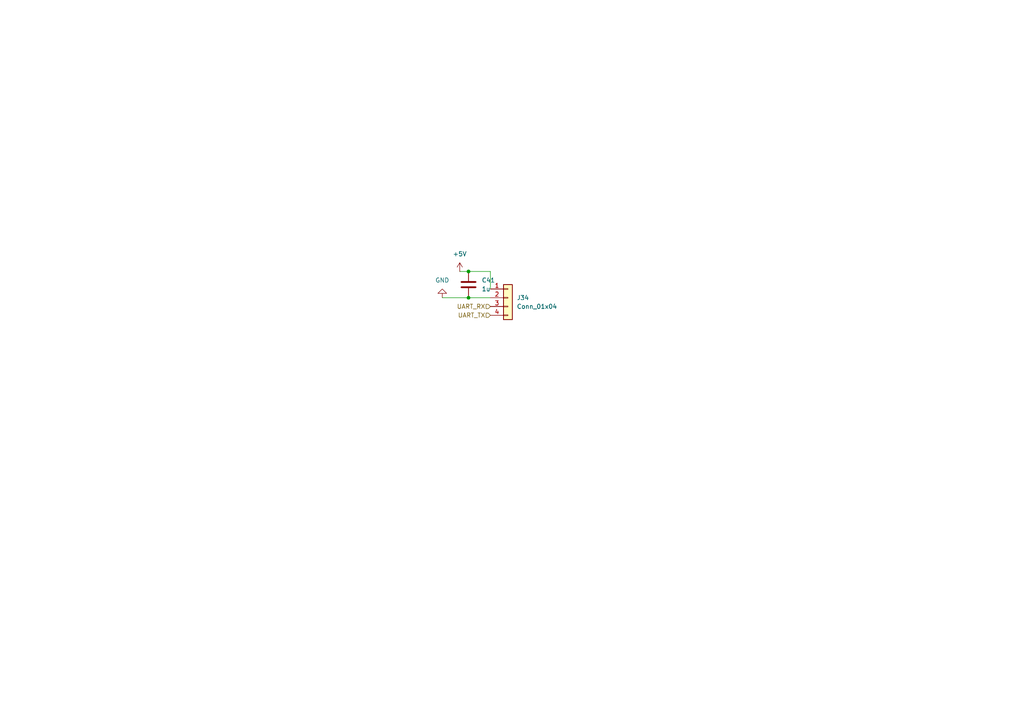
<source format=kicad_sch>
(kicad_sch (version 20250114) (generator "eeschema") (generator_version "9.0")
  (paper "A4")
  (lib_symbols
    (symbol "Connector_Generic:Conn_01x04" (pin_names (offset 1.016) (hide yes))
      (property "Reference" "J" (at 0 5.08 0))
      (property "Value" "Conn_01x04" (at 0 -7.62 0))
      (symbol "Conn_01x04_1_1"
        (rectangle (start -1.27 3.81) (end 1.27 -6.35) (stroke (width 0.254)) (fill (type background)))
        (rectangle (start -1.27 2.667) (end 0 2.413) (stroke (width 0.1524)))
        (rectangle (start -1.27 0.127) (end 0 -0.127) (stroke (width 0.1524)))
        (rectangle (start -1.27 -2.413) (end 0 -2.667) (stroke (width 0.1524)))
        (rectangle (start -1.27 -4.953) (end 0 -5.207) (stroke (width 0.1524)))
        (pin passive line (at -5.08 2.54 0) (length 3.81) (name "Pin_1") (number "1"))
        (pin passive line (at -5.08 0 0) (length 3.81) (name "Pin_2") (number "2"))
        (pin passive line (at -5.08 -2.54 0) (length 3.81) (name "Pin_3") (number "3"))
        (pin passive line (at -5.08 -5.08 0) (length 3.81) (name "Pin_4") (number "4"))
      )
    )
    (symbol "Device:C" (pin_numbers (hide yes)) (pin_names (offset 0.254))
      (property "Reference" "C" (at 0.635 2.54 0))
      (property "Value" "C" (at 0.635 -2.54 0))
      (symbol "C_0_1"
        (polyline (pts (xy -2.032 0.762) (xy 2.032 0.762)) (stroke (width 0.508)))
        (polyline (pts (xy -2.032 -0.762) (xy 2.032 -0.762)) (stroke (width 0.508)))
      )
      (symbol "C_1_1"
        (pin passive line (at 0 3.81 270) (length 2.794) (name "~") (number "1"))
        (pin passive line (at 0 -3.81 90) (length 2.794) (name "~") (number "2"))
      )
    )
    (symbol "power:+5V" (power) (pin_numbers (hide yes)) (pin_names (offset 0) (hide yes))
      (property "Value" "+5V" (at 0 3.556 0))
      (symbol "+5V_0_1"
        (polyline (pts (xy -0.762 1.27) (xy 0 2.54)))
        (polyline (pts (xy 0 2.54) (xy 0.762 1.27)))
        (polyline (pts (xy 0 0) (xy 0 2.54)))
      )
      (symbol "+5V_1_1"
        (pin power_in line (at 0 0 90) (length 0) (name "~") (number "1"))
      )
    )
    (symbol "power:GND" (power) (pin_numbers (hide yes)) (pin_names (offset 0) (hide yes))
      (property "Value" "GND" (at 0 -3.81 0))
      (symbol "GND_0_1"
        (polyline (pts (xy 0 0) (xy 0 -1.27) (xy 1.27 -1.27) (xy 0 -2.54) (xy -1.27 -1.27) (xy 0 -1.27)))
      )
      (symbol "GND_1_1"
        (pin power_in line (at 0 0 270) (length 0) (name "~") (number "1"))
      )
    )
  )
  (junction (at 135.89 78.74))
  (junction (at 135.89 86.36))
  (wire (pts (xy 135.89 86.36) (xy 142.24 86.36)))
  (wire (pts (xy 128.27 86.36) (xy 135.89 86.36)))
  (wire (pts (xy 142.24 78.74) (xy 135.89 78.74)))
  (wire (pts (xy 135.89 78.74) (xy 133.35 78.74)))
  (wire (pts (xy 142.24 83.82) (xy 142.24 78.74)))
  (hierarchical_label "UART_TX" (shape input) (at 142.24 91.44 180))
  (hierarchical_label "UART_RX" (shape input) (at 142.24 88.9 180))
  (symbol (lib_id "Device:C") (at 135.89 82.55 180) (unit 1)
    (property "Reference" "C41" (at 139.7 81.2799 0) (effects (justify right)))
    (property "Value" "1u" (at 139.7 83.8199 0) (effects (justify right)))
    (property "Footprint" "Capacitor_SMD:C_0603_1608Metric" (effects (hide yes)))
    (property "Description" "Unpolarized capacitor" (effects (hide yes)))
  )
  (symbol (lib_id "power:+5V") (at 133.35 78.74 0) (unit 1)
    (property "Reference" "#PWR083" (effects (hide yes)))
    (property "Value" "+5V" (at 133.35 73.66 0))
    (property "Description" "Power symbol creates a global label with name \"+5V\"" (effects (hide yes)))
  )
  (symbol (lib_id "Connector_Generic:Conn_01x04") (at 147.32 86.36 0) (unit 1)
    (property "Reference" "J34" (at 149.86 86.3599 0) (effects (justify left)))
    (property "Value" "Conn_01x04" (at 149.86 88.8999 0) (effects (justify left)))
    (property "Footprint" "Connector_JST:JST_XH_B4B-XH-A_1x04_P2.50mm_Vertical" (effects (hide yes)))
    (property "Description" "Generic connector, single row, 01x04, script generated (kicad-library-utils/schlib/autogen/connector/)" (effects (hide yes)))
  )
  (symbol (lib_id "power:GND") (at 128.27 86.36 180) (unit 1)
    (property "Reference" "#PWR082" (effects (hide yes)))
    (property "Value" "GND" (at 128.27 81.28 0))
    (property "Description" "Power symbol creates a global label with name \"GND\" , ground" (effects (hide yes)))
  )
)
</source>
